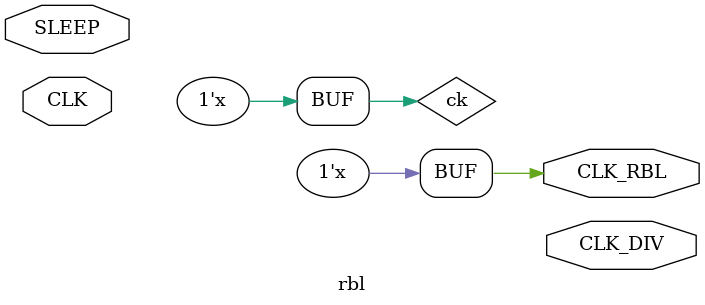
<source format=v>
`timescale 1ns/1ps

module rbl
#(parameter CK_PERIOD = 2)
(
	input  SLEEP,
	output CLK_RBL,
	output CLK_DIV,
	input  CLK
);
reg ck;
initial begin
	ck = 0;
end
always #(CK_PERIOD/2) ck = ~ck;
assign CLK_RBL = ck;
endmodule
</source>
